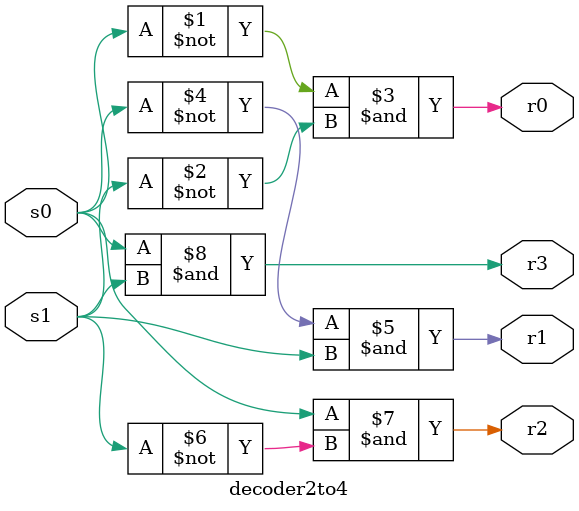
<source format=v>
module decoder2to4(s0,s1,r0,r1,r2,r3);
input s0,s1;
output r0,r1,r2,r3;

assign r0 = ~s0 & ~s1;
assign r1 = ~s0 & s1;
assign r2 = s0 & ~s1;
assign r3 = s0 & s1;

endmodule
</source>
